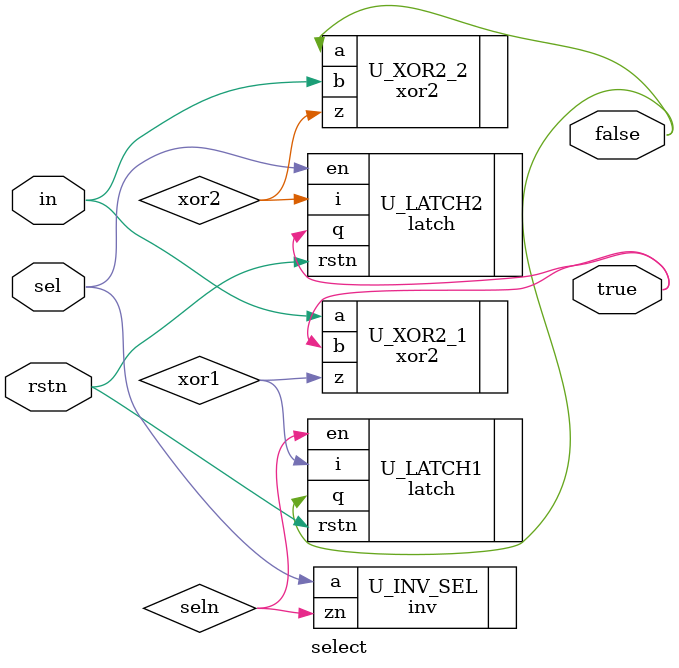
<source format=v>

module select (/*AUTOARG*/
   // Outputs
   false, true,
   // Inputs
   in, sel, rstn
   );

   input in;
   input sel;
   output false;
   output true;
   input  rstn;


   /*AUTOINPUT*/
   /*AUTOOUTPUT*/

   /*AUTOREG*/
   /*AUTOWIRE*/

   wire                 true, false;
   wire                 xor1, xor2;

   xor2 U_XOR2_1 (.a(in),.b(true),.z(xor1));
   xor2 U_XOR2_2 (.a(false),.b(in),.z(xor2));
   inv  U_INV_SEL(.a(sel), .zn(seln));

   latch U_LATCH1(.i(xor1), .en(seln), .q(false), .rstn(rstn));
   latch U_LATCH2(.i(xor2), .en(sel), .q(true), .rstn(rstn));



endmodule // select
/*
 Local Variables:
 verilog-library-directories:(
 "."
 )
 End:
 */

</source>
